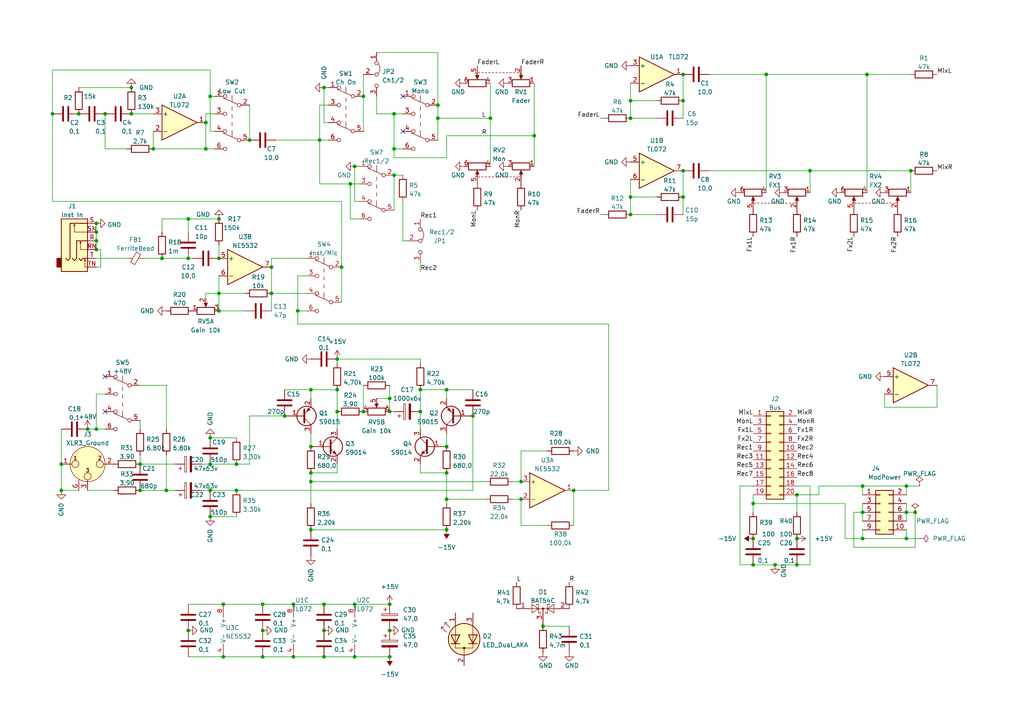
<source format=kicad_sch>
(kicad_sch (version 20211123) (generator eeschema)
  (paper "A4")
  (junction (at 63.5 74.93))
  (junction (at 218.44 163.83))
  (junction (at 30.48 33.02))
  (junction (at 151.13 139.7))
  (junction (at 38.1 33.02))
  (junction (at 17.78 142.24))
  (junction (at 78.74 85.09))
  (junction (at 59.69 35.56))
  (junction (at 38.1 25.4))
  (junction (at 27.94 69.85))
  (junction (at 25.4 124.46))
  (junction (at 137.16 120.65))
  (junction (at 17.78 134.62))
  (junction (at 90.17 113.03))
  (junction (at 157.48 181.61))
  (junction (at 265.43 148.59))
  (junction (at 182.88 34.29))
  (junction (at 250.19 156.21))
  (junction (at 129.54 113.03))
  (junction (at 102.87 48.26))
  (junction (at 250.19 140.97))
  (junction (at 93.98 25.4))
  (junction (at 40.64 134.62))
  (junction (at 129.54 137.16))
  (junction (at 93.98 182.88))
  (junction (at 54.61 182.88))
  (junction (at 85.09 175.26))
  (junction (at 121.92 119.38))
  (junction (at 114.3 33.02))
  (junction (at 198.12 57.15))
  (junction (at 90.17 139.7))
  (junction (at 151.13 144.78))
  (junction (at 264.16 49.53))
  (junction (at 129.54 129.54))
  (junction (at 82.55 120.65))
  (junction (at 44.45 43.18))
  (junction (at 60.96 27.94))
  (junction (at 60.96 127))
  (junction (at 262.89 140.97))
  (junction (at 63.5 90.17))
  (junction (at 27.94 67.31))
  (junction (at 90.17 153.67))
  (junction (at 101.6 53.34))
  (junction (at 78.74 77.47))
  (junction (at 60.96 142.24))
  (junction (at 102.87 175.26))
  (junction (at 63.5 63.5))
  (junction (at 99.06 77.47))
  (junction (at 113.03 175.26))
  (junction (at 76.2 182.88))
  (junction (at 76.2 190.5))
  (junction (at 231.14 163.83))
  (junction (at 22.86 33.02))
  (junction (at 198.12 29.21))
  (junction (at 182.88 57.15))
  (junction (at 92.71 40.64))
  (junction (at 231.14 156.21))
  (junction (at 198.12 49.53))
  (junction (at 222.25 21.59))
  (junction (at 68.58 142.24))
  (junction (at 218.44 146.05))
  (junction (at 97.79 104.14))
  (junction (at 182.88 62.23))
  (junction (at 46.99 74.93))
  (junction (at 85.09 190.5))
  (junction (at 250.19 148.59))
  (junction (at 64.77 190.5))
  (junction (at 90.17 129.54))
  (junction (at 166.37 142.24))
  (junction (at 224.79 163.83))
  (junction (at 64.77 175.26))
  (junction (at 15.24 33.02))
  (junction (at 121.92 113.03))
  (junction (at 262.89 156.21))
  (junction (at 48.26 142.24))
  (junction (at 129.54 144.78))
  (junction (at 90.17 137.16))
  (junction (at 54.61 63.5))
  (junction (at 105.41 119.38))
  (junction (at 93.98 190.5))
  (junction (at 97.79 119.38))
  (junction (at 114.3 50.8))
  (junction (at 113.03 119.38))
  (junction (at 234.95 49.53))
  (junction (at 86.36 90.17))
  (junction (at 93.98 175.26))
  (junction (at 97.79 113.03))
  (junction (at 54.61 74.93))
  (junction (at 114.3 43.18))
  (junction (at 27.94 72.39))
  (junction (at 154.94 39.37))
  (junction (at 27.94 64.77))
  (junction (at 60.96 134.62))
  (junction (at 251.46 21.59))
  (junction (at 68.58 134.62))
  (junction (at 76.2 175.26))
  (junction (at 182.88 29.21))
  (junction (at 105.41 27.94))
  (junction (at 218.44 156.21))
  (junction (at 59.69 43.18))
  (junction (at 113.03 182.88))
  (junction (at 198.12 21.59))
  (junction (at 102.87 190.5))
  (junction (at 127 30.48))
  (junction (at 142.24 34.29))
  (junction (at 262.89 148.59))
  (junction (at 40.64 142.24))
  (junction (at 129.54 153.67))
  (junction (at 27.94 124.46))
  (junction (at 60.96 149.86))
  (junction (at 63.5 85.09))
  (junction (at 113.03 115.57))
  (junction (at 113.03 190.5))
  (junction (at 127 34.29))
  (junction (at 72.39 40.64))
  (junction (at 231.14 143.51))
  (no_connect (at 116.84 38.1))
  (no_connect (at 116.84 27.94))
  (no_connect (at 30.48 109.22))
  (no_connect (at 30.48 119.38))
  (wire (pts (xy 190.5 29.21) (xy 182.88 29.21)))
  (wire (pts (xy 64.77 190.5) (xy 76.2 190.5)))
  (wire (pts (xy 63.5 85.09) (xy 63.5 80.01)))
  (wire (pts (xy 99.06 77.47) (xy 99.06 58.42)))
  (wire (pts (xy 60.96 142.24) (xy 68.58 142.24)))
  (wire (pts (xy 15.24 33.02) (xy 15.24 58.42)))
  (wire (pts (xy 85.09 190.5) (xy 93.98 190.5)))
  (wire (pts (xy 182.88 29.21) (xy 182.88 24.13)))
  (wire (pts (xy 114.3 50.8) (xy 116.84 50.8)))
  (wire (pts (xy 40.64 134.62) (xy 50.8 134.62)))
  (wire (pts (xy 17.78 124.46) (xy 17.78 134.62)))
  (wire (pts (xy 262.89 156.21) (xy 266.7 156.21)))
  (wire (pts (xy 264.16 55.88) (xy 264.16 49.53)))
  (wire (pts (xy 36.83 43.18) (xy 30.48 43.18)))
  (wire (pts (xy 129.54 45.72) (xy 114.3 45.72)))
  (wire (pts (xy 71.12 85.09) (xy 63.5 85.09)))
  (wire (pts (xy 262.89 156.21) (xy 250.19 156.21)))
  (wire (pts (xy 59.69 85.09) (xy 63.5 85.09)))
  (wire (pts (xy 245.11 156.21) (xy 245.11 146.05)))
  (wire (pts (xy 101.6 53.34) (xy 92.71 53.34)))
  (wire (pts (xy 114.3 45.72) (xy 114.3 43.18)))
  (wire (pts (xy 90.17 139.7) (xy 90.17 146.05)))
  (wire (pts (xy 64.77 175.26) (xy 76.2 175.26)))
  (wire (pts (xy 38.1 33.02) (xy 44.45 33.02)))
  (wire (pts (xy 92.71 30.48) (xy 92.71 40.64)))
  (wire (pts (xy 137.16 142.24) (xy 68.58 142.24)))
  (wire (pts (xy 271.78 118.11) (xy 271.78 111.76)))
  (wire (pts (xy 58.42 134.62) (xy 60.96 134.62)))
  (wire (pts (xy 60.96 149.86) (xy 68.58 149.86)))
  (wire (pts (xy 190.5 57.15) (xy 182.88 57.15)))
  (wire (pts (xy 142.24 48.26) (xy 142.24 34.29)))
  (wire (pts (xy 214.63 163.83) (xy 218.44 163.83)))
  (wire (pts (xy 154.94 48.26) (xy 154.94 39.37)))
  (wire (pts (xy 54.61 67.31) (xy 54.61 63.5)))
  (wire (pts (xy 85.09 175.26) (xy 93.98 175.26)))
  (wire (pts (xy 104.14 58.42) (xy 102.87 58.42)))
  (wire (pts (xy 113.03 119.38) (xy 114.3 119.38)))
  (wire (pts (xy 60.96 127) (xy 68.58 127)))
  (wire (pts (xy 97.79 113.03) (xy 90.17 113.03)))
  (wire (pts (xy 176.53 93.98) (xy 176.53 142.24)))
  (wire (pts (xy 262.89 153.67) (xy 262.89 156.21)))
  (wire (pts (xy 15.24 20.32) (xy 60.96 20.32)))
  (wire (pts (xy 27.94 74.93) (xy 36.83 74.93)))
  (wire (pts (xy 78.74 77.47) (xy 78.74 85.09)))
  (wire (pts (xy 148.59 139.7) (xy 151.13 139.7)))
  (wire (pts (xy 265.43 148.59) (xy 265.43 158.75)))
  (wire (pts (xy 264.16 49.53) (xy 234.95 49.53)))
  (wire (pts (xy 48.26 132.08) (xy 48.26 142.24)))
  (wire (pts (xy 237.49 140.97) (xy 237.49 143.51)))
  (wire (pts (xy 127 15.24) (xy 127 30.48)))
  (wire (pts (xy 198.12 29.21) (xy 198.12 34.29)))
  (wire (pts (xy 60.96 27.94) (xy 62.23 27.94)))
  (wire (pts (xy 237.49 140.97) (xy 250.19 140.97)))
  (wire (pts (xy 105.41 111.76) (xy 105.41 119.38)))
  (wire (pts (xy 54.61 190.5) (xy 64.77 190.5)))
  (wire (pts (xy 250.19 146.05) (xy 250.19 148.59)))
  (wire (pts (xy 250.19 156.21) (xy 250.19 153.67)))
  (wire (pts (xy 27.94 114.3) (xy 27.94 124.46)))
  (wire (pts (xy 58.42 142.24) (xy 60.96 142.24)))
  (wire (pts (xy 102.87 58.42) (xy 102.87 48.26)))
  (wire (pts (xy 90.17 139.7) (xy 140.97 139.7)))
  (wire (pts (xy 262.89 146.05) (xy 262.89 148.59)))
  (wire (pts (xy 114.3 43.18) (xy 116.84 43.18)))
  (wire (pts (xy 99.06 58.42) (xy 15.24 58.42)))
  (wire (pts (xy 88.9 80.01) (xy 86.36 80.01)))
  (wire (pts (xy 62.23 33.02) (xy 59.69 33.02)))
  (wire (pts (xy 44.45 43.18) (xy 44.45 38.1)))
  (wire (pts (xy 76.2 190.5) (xy 85.09 190.5)))
  (wire (pts (xy 121.92 119.38) (xy 121.92 124.46)))
  (wire (pts (xy 148.59 144.78) (xy 151.13 144.78)))
  (wire (pts (xy 157.48 181.61) (xy 165.1 181.61)))
  (wire (pts (xy 88.9 74.93) (xy 78.74 74.93)))
  (wire (pts (xy 102.87 175.26) (xy 113.03 175.26)))
  (wire (pts (xy 82.55 113.03) (xy 90.17 113.03)))
  (wire (pts (xy 262.89 140.97) (xy 262.89 143.51)))
  (wire (pts (xy 54.61 63.5) (xy 63.5 63.5)))
  (wire (pts (xy 30.48 114.3) (xy 27.94 114.3)))
  (wire (pts (xy 121.92 105.41) (xy 121.92 104.14)))
  (wire (pts (xy 137.16 120.65) (xy 137.16 142.24)))
  (wire (pts (xy 218.44 163.83) (xy 224.79 163.83)))
  (wire (pts (xy 137.16 113.03) (xy 129.54 113.03)))
  (wire (pts (xy 78.74 85.09) (xy 88.9 85.09)))
  (wire (pts (xy 46.99 67.31) (xy 46.99 63.5)))
  (wire (pts (xy 17.78 134.62) (xy 17.78 142.24)))
  (wire (pts (xy 22.86 25.4) (xy 38.1 25.4)))
  (wire (pts (xy 25.4 142.24) (xy 33.02 142.24)))
  (wire (pts (xy 30.48 43.18) (xy 30.48 33.02)))
  (wire (pts (xy 158.75 130.81) (xy 151.13 130.81)))
  (wire (pts (xy 27.94 124.46) (xy 30.48 124.46)))
  (wire (pts (xy 129.54 137.16) (xy 129.54 144.78)))
  (wire (pts (xy 251.46 21.59) (xy 264.16 21.59)))
  (wire (pts (xy 48.26 142.24) (xy 50.8 142.24)))
  (wire (pts (xy 95.25 35.56) (xy 93.98 35.56)))
  (wire (pts (xy 76.2 175.26) (xy 85.09 175.26)))
  (wire (pts (xy 109.22 15.24) (xy 127 15.24)))
  (wire (pts (xy 222.25 21.59) (xy 205.74 21.59)))
  (wire (pts (xy 247.65 148.59) (xy 250.19 148.59)))
  (wire (pts (xy 247.65 158.75) (xy 247.65 148.59)))
  (wire (pts (xy 105.41 21.59) (xy 105.41 27.94)))
  (wire (pts (xy 71.12 90.17) (xy 63.5 90.17)))
  (wire (pts (xy 190.5 62.23) (xy 182.88 62.23)))
  (wire (pts (xy 218.44 140.97) (xy 214.63 140.97)))
  (wire (pts (xy 234.95 49.53) (xy 234.95 55.88)))
  (wire (pts (xy 40.64 121.92) (xy 40.64 124.46)))
  (wire (pts (xy 109.22 33.02) (xy 114.3 33.02)))
  (wire (pts (xy 97.79 137.16) (xy 97.79 134.62)))
  (wire (pts (xy 231.14 143.51) (xy 231.14 148.59)))
  (wire (pts (xy 142.24 24.13) (xy 142.24 34.29)))
  (wire (pts (xy 265.43 158.75) (xy 247.65 158.75)))
  (wire (pts (xy 113.03 111.76) (xy 113.03 115.57)))
  (wire (pts (xy 198.12 57.15) (xy 198.12 62.23)))
  (wire (pts (xy 109.22 27.94) (xy 109.22 33.02)))
  (wire (pts (xy 90.17 137.16) (xy 90.17 139.7)))
  (wire (pts (xy 114.3 33.02) (xy 114.3 43.18)))
  (wire (pts (xy 129.54 144.78) (xy 140.97 144.78)))
  (wire (pts (xy 15.24 20.32) (xy 15.24 33.02)))
  (wire (pts (xy 129.54 137.16) (xy 121.92 137.16)))
  (wire (pts (xy 48.26 142.24) (xy 40.64 142.24)))
  (wire (pts (xy 262.89 140.97) (xy 266.7 140.97)))
  (wire (pts (xy 104.14 63.5) (xy 101.6 63.5)))
  (wire (pts (xy 54.61 175.26) (xy 64.77 175.26)))
  (wire (pts (xy 104.14 53.34) (xy 101.6 53.34)))
  (wire (pts (xy 218.44 143.51) (xy 218.44 146.05)))
  (wire (pts (xy 256.54 118.11) (xy 271.78 118.11)))
  (wire (pts (xy 27.94 77.47) (xy 29.21 77.47)))
  (wire (pts (xy 60.96 134.62) (xy 68.58 134.62)))
  (wire (pts (xy 40.64 111.76) (xy 48.26 111.76)))
  (wire (pts (xy 17.78 142.24) (xy 22.86 142.24)))
  (wire (pts (xy 48.26 111.76) (xy 48.26 124.46)))
  (wire (pts (xy 205.74 49.53) (xy 234.95 49.53)))
  (wire (pts (xy 72.39 120.65) (xy 72.39 134.62)))
  (wire (pts (xy 86.36 80.01) (xy 86.36 90.17)))
  (wire (pts (xy 151.13 130.81) (xy 151.13 139.7)))
  (wire (pts (xy 154.94 24.13) (xy 154.94 39.37)))
  (wire (pts (xy 63.5 90.17) (xy 63.5 85.09)))
  (wire (pts (xy 97.79 119.38) (xy 97.79 124.46)))
  (wire (pts (xy 129.54 144.78) (xy 129.54 146.05)))
  (wire (pts (xy 222.25 55.88) (xy 222.25 21.59)))
  (wire (pts (xy 182.88 34.29) (xy 182.88 29.21)))
  (wire (pts (xy 90.17 125.73) (xy 90.17 129.54)))
  (wire (pts (xy 90.17 153.67) (xy 129.54 153.67)))
  (wire (pts (xy 116.84 58.42) (xy 116.84 69.85)))
  (wire (pts (xy 95.25 30.48) (xy 92.71 30.48)))
  (wire (pts (xy 54.61 74.93) (xy 55.88 74.93)))
  (wire (pts (xy 63.5 71.12) (xy 63.5 74.93)))
  (wire (pts (xy 97.79 113.03) (xy 97.79 119.38)))
  (wire (pts (xy 173.99 34.29) (xy 175.26 34.29)))
  (wire (pts (xy 224.79 163.83) (xy 231.14 163.83)))
  (wire (pts (xy 102.87 48.26) (xy 104.14 48.26)))
  (wire (pts (xy 182.88 57.15) (xy 182.88 52.07)))
  (wire (pts (xy 121.92 137.16) (xy 121.92 134.62)))
  (wire (pts (xy 166.37 142.24) (xy 176.53 142.24)))
  (wire (pts (xy 59.69 86.36) (xy 59.69 85.09)))
  (wire (pts (xy 127 34.29) (xy 142.24 34.29)))
  (wire (pts (xy 78.74 85.09) (xy 78.74 90.17)))
  (wire (pts (xy 102.87 190.5) (xy 113.03 190.5)))
  (wire (pts (xy 59.69 43.18) (xy 59.69 35.56)))
  (wire (pts (xy 27.94 69.85) (xy 27.94 72.39)))
  (wire (pts (xy 92.71 40.64) (xy 95.25 40.64)))
  (wire (pts (xy 245.11 146.05) (xy 218.44 146.05)))
  (wire (pts (xy 114.3 50.8) (xy 114.3 60.96)))
  (wire (pts (xy 82.55 120.65) (xy 72.39 120.65)))
  (wire (pts (xy 113.03 115.57) (xy 113.03 119.38)))
  (wire (pts (xy 151.13 152.4) (xy 151.13 144.78)))
  (wire (pts (xy 251.46 21.59) (xy 222.25 21.59)))
  (wire (pts (xy 231.14 140.97) (xy 234.95 140.97)))
  (wire (pts (xy 93.98 190.5) (xy 102.87 190.5)))
  (wire (pts (xy 129.54 113.03) (xy 121.92 113.03)))
  (wire (pts (xy 46.99 63.5) (xy 54.61 63.5)))
  (wire (pts (xy 118.11 69.85) (xy 116.84 69.85)))
  (wire (pts (xy 86.36 93.98) (xy 176.53 93.98)))
  (wire (pts (xy 27.94 67.31) (xy 27.94 69.85)))
  (wire (pts (xy 190.5 34.29) (xy 182.88 34.29)))
  (wire (pts (xy 44.45 43.18) (xy 59.69 43.18)))
  (wire (pts (xy 198.12 49.53) (xy 198.12 57.15)))
  (wire (pts (xy 29.21 77.47) (xy 29.21 72.39)))
  (wire (pts (xy 218.44 146.05) (xy 218.44 148.59)))
  (wire (pts (xy 158.75 152.4) (xy 151.13 152.4)))
  (wire (pts (xy 234.95 163.83) (xy 231.14 163.83)))
  (wire (pts (xy 60.96 38.1) (xy 60.96 27.94)))
  (wire (pts (xy 250.19 148.59) (xy 250.19 151.13)))
  (wire (pts (xy 129.54 39.37) (xy 129.54 45.72)))
  (wire (pts (xy 127 34.29) (xy 127 40.64)))
  (wire (pts (xy 93.98 25.4) (xy 95.25 25.4)))
  (wire (pts (xy 25.4 124.46) (xy 27.94 124.46)))
  (wire (pts (xy 59.69 33.02) (xy 59.69 35.56)))
  (wire (pts (xy 121.92 104.14) (xy 97.79 104.14)))
  (wire (pts (xy 129.54 125.73) (xy 129.54 129.54)))
  (wire (pts (xy 262.89 148.59) (xy 262.89 151.13)))
  (wire (pts (xy 97.79 104.14) (xy 97.79 105.41)))
  (wire (pts (xy 237.49 143.51) (xy 231.14 143.51)))
  (wire (pts (xy 29.21 72.39) (xy 27.94 72.39)))
  (wire (pts (xy 109.22 115.57) (xy 113.03 115.57)))
  (wire (pts (xy 27.94 64.77) (xy 27.94 67.31)))
  (wire (pts (xy 129.54 113.03) (xy 129.54 115.57)))
  (wire (pts (xy 250.19 140.97) (xy 262.89 140.97)))
  (wire (pts (xy 93.98 175.26) (xy 102.87 175.26)))
  (wire (pts (xy 234.95 140.97) (xy 234.95 163.83)))
  (wire (pts (xy 198.12 21.59) (xy 198.12 29.21)))
  (wire (pts (xy 62.23 38.1) (xy 60.96 38.1)))
  (wire (pts (xy 60.96 20.32) (xy 60.96 27.94)))
  (wire (pts (xy 250.19 143.51) (xy 250.19 140.97)))
  (wire (pts (xy 86.36 90.17) (xy 88.9 90.17)))
  (wire (pts (xy 72.39 134.62) (xy 68.58 134.62)))
  (wire (pts (xy 92.71 53.34) (xy 92.71 40.64)))
  (wire (pts (xy 90.17 137.16) (xy 97.79 137.16)))
  (wire (pts (xy 93.98 35.56) (xy 93.98 25.4)))
  (wire (pts (xy 99.06 77.47) (xy 99.06 87.63)))
  (wire (pts (xy 80.01 40.64) (xy 92.71 40.64)))
  (wire (pts (xy 121.92 113.03) (xy 121.92 119.38)))
  (wire (pts (xy 86.36 90.17) (xy 86.36 93.98)))
  (wire (pts (xy 46.99 74.93) (xy 54.61 74.93)))
  (wire (pts (xy 214.63 140.97) (xy 214.63 163.83)))
  (wire (pts (xy 40.64 132.08) (xy 40.64 134.62)))
  (wire (pts (xy 173.99 62.23) (xy 175.26 62.23)))
  (wire (pts (xy 262.89 148.59) (xy 265.43 148.59)))
  (wire (pts (xy 90.17 113.03) (xy 90.17 115.57)))
  (wire (pts (xy 250.19 156.21) (xy 245.11 156.21)))
  (wire (pts (xy 166.37 142.24) (xy 166.37 152.4)))
  (wire (pts (xy 59.69 43.18) (xy 62.23 43.18)))
  (wire (pts (xy 41.91 74.93) (xy 46.99 74.93)))
  (wire (pts (xy 78.74 74.93) (xy 78.74 77.47)))
  (wire (pts (xy 127 30.48) (xy 127 34.29)))
  (wire (pts (xy 121.92 76.2) (xy 121.92 78.74)))
  (wire (pts (xy 72.39 30.48) (xy 72.39 40.64)))
  (wire (pts (xy 101.6 63.5) (xy 101.6 53.34)))
  (wire (pts (xy 256.54 114.3) (xy 256.54 118.11)))
  (wire (pts (xy 116.84 33.02) (xy 114.3 33.02)))
  (wire (pts (xy 251.46 55.88) (xy 251.46 21.59)))
  (wire (pts (xy 182.88 62.23) (xy 182.88 57.15)))
  (wire (pts (xy 129.54 39.37) (xy 154.94 39.37)))
  (wire (pts (xy 105.41 27.94) (xy 105.41 38.1)))
  (label "MonL" (at 218.44 123.19 180))
  (label "FaderL" (at 173.99 34.29 180))
  (label "MixR" (at 231.14 120.65 0))
  (label "R" (at 165.1 168.91 0))
  (label "Fx1R" (at 231.14 125.73 0))
  (label "Rec2" (at 121.92 78.74 0))
  (label "Fx2R" (at 260.35 68.58 270))
  (label "Rec6" (at 231.14 135.89 0))
  (label "Fx1L" (at 218.44 68.58 270))
  (label "Fx2L" (at 247.65 68.58 270))
  (label "Rec1" (at 218.44 130.81 180))
  (label "L" (at 149.86 168.91 0))
  (label "Rec7" (at 218.44 138.43 180))
  (label "Fx2L" (at 218.44 128.27 180))
  (label "Fx1L" (at 218.44 125.73 180))
  (label "Fx1R" (at 231.14 68.58 270))
  (label "Rec1" (at 121.92 63.5 0))
  (label "Rec5" (at 218.44 135.89 180))
  (label "L" (at 139.7 34.29 0))
  (label "Rec2" (at 231.14 130.81 0))
  (label "FaderR" (at 173.99 62.23 180))
  (label "Rec3" (at 218.44 133.35 180))
  (label "MixL" (at 218.44 120.65 180))
  (label "FaderR" (at 151.13 19.05 0))
  (label "FaderL" (at 138.43 19.05 0))
  (label "MonR" (at 231.14 123.19 0))
  (label "Fx2R" (at 231.14 128.27 0))
  (label "MixR" (at 271.78 49.53 0))
  (label "MonR" (at 151.13 60.96 270))
  (label "MonL" (at 138.43 60.96 270))
  (label "R" (at 139.7 39.37 0))
  (label "MixL" (at 271.78 21.59 0))
  (label "Rec8" (at 231.14 138.43 0))
  (label "Rec4" (at 231.14 133.35 0))
  (symbol (lib_id "Device:Q_PNP_BEC") (at 132.08 120.65 180) (unit 1)
    (property "Reference" "Q2" (at 127.2286 119.8153 0) (effects (justify left)))
    (property "Value" "S9015" (at 127.2286 122.3522 0) (effects (justify left)))
  )
  (symbol (lib_id "Connector:AudioJack3_Switch") (at 22.86 69.85 0) (unit 1)
    (property "Reference" "J1" (at 20.955 59.8002 0))
    (property "Value" "Inst In" (at 20.955 62.3371 0))
    (property "Footprint" "Connector_Audio:Jack_6.35mm_Neutrik_NMJ6HCD2_Horizontal" (effects hide))
  )
  (symbol (lib_id "Device:C") (at 76.2 186.69 180) (unit 1)
    (property "Reference" "C33" (at 79.121 185.8553 0) (effects (justify right)))
    (property "Value" "0,1" (at 79.121 188.3922 0) (effects (justify right)))
    (property "Footprint" "Capacitor_SMD:C_1206_3216Metric_Pad1.33x1.80mm_HandSolder" (effects hide))
  )
  (symbol (lib_id "Device:R") (at 231.14 64.77 180) (unit 1)
    (property "Reference" "R14" (at 232.918 63.9353 0) (effects (justify right)))
    (property "Value" "47k" (at 232.918 66.4722 0) (effects (justify right)))
    (property "Footprint" "Resistor_SMD:R_1206_3216Metric_Pad1.30x1.75mm_HandSolder" (effects hide))
  )
  (symbol (lib_id "Device:C_Polarized") (at 54.61 142.24 90) (unit 1)
    (property "Reference" "C22" (at 57.15 143.51 90))
    (property "Value" "47x63v" (at 59.69 140.97 90))
  )
  (symbol (lib_id "Device:R") (at 36.83 142.24 270) (unit 1)
    (property "Reference" "R33" (at 36.83 137.5242 90))
    (property "Value" "3,90" (at 36.83 140.0611 90))
    (property "Footprint" "Resistor_THT:R_Axial_DIN0207_L6.3mm_D2.5mm_P2.54mm_Vertical" (effects hide))
  )
  (symbol (lib_id "Device:R") (at 63.5 67.31 180) (unit 1)
    (property "Reference" "R17" (at 66.04 63.5 0) (effects (justify right)))
    (property "Value" "150k" (at 64.77 66.04 0) (effects (justify right)))
    (property "Footprint" "Resistor_SMD:R_1206_3216Metric_Pad1.30x1.75mm_HandSolder" (effects hide))
  )
  (symbol (lib_id "Device:R_Potentiometer_Dual_Separate") (at 59.69 90.17 90) (unit 1)
    (property "Reference" "RV5" (at 59.69 93.2164 90))
    (property "Value" "Gain 10k" (at 59.69 95.7533 90))
  )
  (symbol (lib_id "Device:C") (at 54.61 186.69 180) (unit 1)
    (property "Reference" "C32" (at 57.531 185.8553 0) (effects (justify right)))
    (property "Value" "0,1" (at 57.531 188.3922 0) (effects (justify right)))
    (property "Footprint" "Capacitor_SMD:C_1206_3216Metric_Pad1.33x1.80mm_HandSolder" (effects hide))
  )
  (symbol (lib_id "Switch:SW_Push_DPDT") (at 35.56 116.84 0) (mirror y) (unit 1)
    (property "Reference" "SW5" (at 35.56 105.1392 0))
    (property "Value" "+48V" (at 35.56 107.6761 0))
  )
  (symbol (lib_id "power:+15V") (at 113.03 175.26 0) (unit 1)
    (property "Reference" "#PWR029" (effects hide))
    (property "Value" "+15V" (at 113.03 170.18 0))
  )
  (symbol (lib_id "Device:C") (at 76.2 179.07 180) (unit 1)
    (property "Reference" "C28" (at 79.121 178.2353 0) (effects (justify right)))
    (property "Value" "0,1" (at 79.121 180.7722 0) (effects (justify right)))
    (property "Footprint" "Capacitor_SMD:C_1206_3216Metric_Pad1.33x1.80mm_HandSolder" (effects hide))
  )
  (symbol (lib_id "Device:C") (at 76.2 40.64 90) (unit 1)
    (property "Reference" "C7" (at 78.74 43.18 90))
    (property "Value" "10,0" (at 78.74 45.72 90))
    (property "Footprint" "Capacitor_SMD:C_1206_3216Metric_Pad1.33x1.80mm_HandSolder" (effects hide))
  )
  (symbol (lib_id "Device:R") (at 129.54 149.86 180) (unit 1)
    (property "Reference" "R37" (at 131.318 149.0253 0) (effects (justify right)))
    (property "Value" "2,20k" (at 131.318 151.5622 0) (effects (justify right)))
    (property "Footprint" "Resistor_THT:R_Axial_DIN0207_L6.3mm_D2.5mm_P2.54mm_Vertical" (effects hide))
  )
  (symbol (lib_id "Device:R") (at 194.31 57.15 90) (unit 1)
    (property "Reference" "R11" (at 194.31 52.4342 90))
    (property "Value" "47k" (at 194.31 54.9711 90))
    (property "Footprint" "Resistor_SMD:R_1206_3216Metric_Pad1.30x1.75mm_HandSolder" (effects hide))
  )
  (symbol (lib_id "Amplifier_Operational:NE5532") (at 71.12 77.47 0) (unit 2)
    (property "Reference" "U3" (at 71.12 68.6902 0))
    (property "Value" "NE5532" (at 71.12 71.2271 0))
    (property "Datasheet" "http://www.ti.com/lit/ds/symlink/ne5532.pdf" (effects hide))
  )
  (symbol (lib_id "Device:R") (at 129.54 133.35 180) (unit 1)
    (property "Reference" "R30" (at 131.318 132.5153 0) (effects (justify right)))
    (property "Value" "680,0" (at 131.318 135.0522 0) (effects (justify right)))
    (property "Footprint" "Resistor_THT:R_Axial_DIN0207_L6.3mm_D2.5mm_P2.54mm_Vertical" (effects hide))
  )
  (symbol (lib_id "Device:Q_NPN_BEC") (at 95.25 129.54 0) (unit 1)
    (property "Reference" "Q3" (at 100.1014 128.7053 0) (effects (justify left)))
    (property "Value" "S9014" (at 100.1014 131.2422 0) (effects (justify left)))
  )
  (symbol (lib_id "Device:R") (at 151.13 57.15 180) (unit 1)
    (property "Reference" "R10" (at 152.908 56.3153 0) (effects (justify right)))
    (property "Value" "47k" (at 152.908 58.8522 0) (effects (justify right)))
    (property "Footprint" "Resistor_SMD:R_1206_3216Metric_Pad1.30x1.75mm_HandSolder" (effects hide))
  )
  (symbol (lib_id "Device:R") (at 179.07 34.29 90) (unit 1)
    (property "Reference" "R6" (at 179.07 29.5742 90))
    (property "Value" "47k" (at 179.07 32.1111 90))
    (property "Footprint" "Resistor_SMD:R_1206_3216Metric_Pad1.30x1.75mm_HandSolder" (effects hide))
  )
  (symbol (lib_id "Connector_Generic:Conn_02x10_Odd_Even") (at 223.52 130.81 0) (unit 1)
    (property "Reference" "J2" (at 224.79 115.6802 0))
    (property "Value" "Bus" (at 224.79 118.2171 0))
  )
  (symbol (lib_id "Device:C") (at 19.05 33.02 90) (unit 1)
    (property "Reference" "C2" (at 21.59 35.56 90))
    (property "Value" "0,1" (at 21.59 38.1 90))
    (property "Footprint" "Capacitor_SMD:C_0805_2012Metric_Pad1.18x1.45mm_HandSolder" (effects hide))
  )
  (symbol (lib_id "Device:R") (at 247.65 64.77 180) (unit 1)
    (property "Reference" "R15" (at 249.428 63.9353 0) (effects (justify right)))
    (property "Value" "47k" (at 249.428 66.4722 0) (effects (justify right)))
    (property "Footprint" "Resistor_SMD:R_1206_3216Metric_Pad1.30x1.75mm_HandSolder" (effects hide))
  )
  (symbol (lib_id "power:-15V") (at 218.44 156.21 90) (unit 1)
    (property "Reference" "#PWR025" (effects hide))
    (property "Value" "-15V" (at 208.28 156.21 90) (effects (justify right)))
  )
  (symbol (lib_id "Device:R") (at 101.6 119.38 270) (unit 1)
    (property "Reference" "R24" (at 101.6 114.6642 90))
    (property "Value" "3,90" (at 101.6 117.2011 90))
    (property "Footprint" "Resistor_THT:R_Axial_DIN0207_L6.3mm_D2.5mm_P2.54mm_Vertical" (effects hide))
  )
  (symbol (lib_id "power:GND") (at 76.2 182.88 90) (unit 1)
    (property "Reference" "#PWR031" (effects hide))
    (property "Value" "GND" (at 79.4512 182.753 90) (effects (justify right)))
  )
  (symbol (lib_id "power:+15V") (at 231.14 156.21 270) (unit 1)
    (property "Reference" "#PWR026" (effects hide))
    (property "Value" "+15V" (at 236.22 156.21 90) (effects (justify left)))
  )
  (symbol (lib_id "Device:R") (at 116.84 54.61 180) (unit 1)
    (property "Reference" "R5" (at 118.618 53.7753 0) (effects (justify right)))
    (property "Value" "47k" (at 118.618 56.3122 0) (effects (justify right)))
    (property "Footprint" "Resistor_SMD:R_1206_3216Metric_Pad1.30x1.75mm_HandSolder" (effects hide))
  )
  (symbol (lib_id "Device:C") (at 82.55 116.84 180) (unit 1)
    (property "Reference" "C15" (at 85.09 114.3 0))
    (property "Value" "270p" (at 80.01 119.38 0))
    (property "Footprint" "Capacitor_THT:C_Disc_D5.0mm_W2.5mm_P2.50mm" (effects hide))
  )
  (symbol (lib_id "Device:R") (at 162.56 152.4 90) (mirror x) (unit 1)
    (property "Reference" "R38" (at 162.56 154.94 90))
    (property "Value" "100,0k" (at 162.56 157.48 90))
    (property "Footprint" "Resistor_THT:R_Axial_DIN0207_L6.3mm_D2.5mm_P2.54mm_Vertical" (effects hide))
  )
  (symbol (lib_id "Device:R") (at 267.97 49.53 270) (unit 1)
    (property "Reference" "R8" (at 267.97 44.8142 90))
    (property "Value" "47k" (at 267.97 47.3511 90))
    (property "Footprint" "Resistor_SMD:R_1206_3216Metric_Pad1.30x1.75mm_HandSolder" (effects hide))
  )
  (symbol (lib_id "Device:C") (at 137.16 116.84 180) (unit 1)
    (property "Reference" "C16" (at 139.7 114.3 0))
    (property "Value" "270p" (at 139.7 119.38 0))
    (property "Footprint" "Capacitor_THT:C_Disc_D5.0mm_W2.5mm_P2.50mm" (effects hide))
  )
  (symbol (lib_id "Device:R") (at 179.07 62.23 90) (unit 1)
    (property "Reference" "R12" (at 179.07 57.5142 90))
    (property "Value" "47k" (at 179.07 60.0511 90))
    (property "Footprint" "Resistor_SMD:R_1206_3216Metric_Pad1.30x1.75mm_HandSolder" (effects hide))
  )
  (symbol (lib_id "Device:C") (at 54.61 179.07 180) (unit 1)
    (property "Reference" "C27" (at 57.531 178.2353 0) (effects (justify right)))
    (property "Value" "0,1" (at 57.531 180.7722 0) (effects (justify right)))
    (property "Footprint" "Capacitor_SMD:C_1206_3216Metric_Pad1.33x1.80mm_HandSolder" (effects hide))
  )
  (symbol (lib_id "Device:R") (at 165.1 172.72 180) (unit 1)
    (property "Reference" "R42" (at 166.878 171.8853 0) (effects (justify right)))
    (property "Value" "4,7k" (at 166.878 174.4222 0) (effects (justify right)))
    (property "Footprint" "Resistor_SMD:R_1206_3216Metric_Pad1.30x1.75mm_HandSolder" (effects hide))
  )
  (symbol (lib_id "Device:C_Polarized") (at 113.03 179.07 0) (unit 1)
    (property "Reference" "C30" (at 116.84 176.9109 0) (effects (justify left)))
    (property "Value" "47,0" (at 116.84 179.4509 0) (effects (justify left)))
    (property "Footprint" "Capacitor_THT:CP_Radial_D6.3mm_P2.50mm" (effects hide))
  )
  (symbol (lib_id "Device:FerriteBead_Small") (at 39.37 74.93 90) (unit 1)
    (property "Reference" "FB1" (at 39.3319 69.5284 90))
    (property "Value" "FerriteBead" (at 39.3319 72.0653 90))
  )
  (symbol (lib_id "Device:R") (at 231.14 152.4 180) (unit 1)
    (property "Reference" "R40" (at 226.06 151.13 0) (effects (justify right)))
    (property "Value" "100" (at 226.06 154.94 0) (effects (justify right)))
    (property "Footprint" "Resistor_SMD:R_1206_3216Metric_Pad1.30x1.75mm_HandSolder" (effects hide))
  )
  (symbol (lib_id "power:GND") (at 224.79 163.83 0) (unit 1)
    (property "Reference" "#PWR028" (effects hide))
    (property "Value" "GND" (at 227.33 167.64 90) (effects (justify left)))
  )
  (symbol (lib_id "power:GND") (at 243.84 55.88 270) (unit 1)
    (property "Reference" "#PWR011" (effects hide))
    (property "Value" "GND" (at 240.03 58.42 90) (effects (justify left)))
  )
  (symbol (lib_id "Device:R") (at 90.17 133.35 180) (unit 1)
    (property "Reference" "R29" (at 91.948 132.5153 0) (effects (justify right)))
    (property "Value" "680,0" (at 91.948 135.0522 0) (effects (justify right)))
    (property "Footprint" "Resistor_THT:R_Axial_DIN0207_L6.3mm_D2.5mm_P2.54mm_Vertical" (effects hide))
  )
  (symbol (lib_id "Device:R") (at 68.58 146.05 180) (unit 1)
    (property "Reference" "R35" (at 70.358 145.2153 0) (effects (justify right)))
    (property "Value" "3,30k" (at 70.358 147.7522 0) (effects (justify right)))
    (property "Footprint" "Resistor_THT:R_Axial_DIN0207_L6.3mm_D2.5mm_P2.54mm_Vertical" (effects hide))
  )
  (symbol (lib_id "Device:R") (at 218.44 152.4 180) (unit 1)
    (property "Reference" "R39" (at 220.218 151.5653 0) (effects (justify right)))
    (property "Value" "100" (at 220.98 154.94 0) (effects (justify right)))
    (property "Footprint" "Resistor_SMD:R_1206_3216Metric_Pad1.30x1.75mm_HandSolder" (effects hide))
  )
  (symbol (lib_id "power:PWR_FLAG") (at 266.7 140.97 0) (unit 1)
    (property "Reference" "#FLG01" (effects hide))
    (property "Value" "PWR_FLAG" (at 266.7 137.3942 0))
  )
  (symbol (lib_id "power:GND") (at 182.88 19.05 270) (unit 1)
    (property "Reference" "#PWR01" (effects hide))
    (property "Value" "GND" (at 175.26 19.05 90) (effects (justify left)))
  )
  (symbol (lib_id "Device:C") (at 93.98 186.69 180) (unit 1)
    (property "Reference" "C34" (at 96.901 185.8553 0) (effects (justify right)))
    (property "Value" "0,1" (at 96.901 188.3922 0) (effects (justify right)))
    (property "Footprint" "Capacitor_SMD:C_1206_3216Metric_Pad1.33x1.80mm_HandSolder" (effects hide))
  )
  (symbol (lib_id "Device:R") (at 90.17 149.86 180) (unit 1)
    (property "Reference" "R36" (at 91.948 149.0253 0) (effects (justify right)))
    (property "Value" "2,20k" (at 91.948 151.5622 0) (effects (justify right)))
    (property "Footprint" "Resistor_THT:R_Axial_DIN0207_L6.3mm_D2.5mm_P2.54mm_Vertical" (effects hide))
  )
  (symbol (lib_id "Device:R") (at 121.92 109.22 180) (unit 1)
    (property "Reference" "R22" (at 123.698 108.3853 0) (effects (justify right)))
    (property "Value" "4,70k" (at 123.698 110.9222 0) (effects (justify right)))
    (property "Footprint" "Resistor_THT:R_Axial_DIN0207_L6.3mm_D2.5mm_P2.54mm_Vertical" (effects hide))
  )
  (symbol (lib_id "Device:C") (at 26.67 33.02 90) (unit 1)
    (property "Reference" "C3" (at 29.21 35.56 90))
    (property "Value" "0,1" (at 29.21 38.1 90))
    (property "Footprint" "Capacitor_SMD:C_0805_2012Metric_Pad1.18x1.45mm_HandSolder" (effects hide))
  )
  (symbol (lib_id "Device:R") (at 46.99 71.12 180) (unit 1)
    (property "Reference" "R18" (at 48.768 70.2853 0) (effects (justify right)))
    (property "Value" "1m" (at 48.768 72.8222 0) (effects (justify right)))
    (property "Footprint" "Resistor_SMD:R_1206_3216Metric_Pad1.30x1.75mm_HandSolder" (effects hide))
  )
  (symbol (lib_id "power:GND") (at 60.96 149.86 0) (unit 1)
    (property "Reference" "#PWR023" (effects hide))
    (property "Value" "GND" (at 60.96 157.48 90) (effects (justify left)))
  )
  (symbol (lib_id "Device:R") (at 218.44 64.77 180) (unit 1)
    (property "Reference" "R13" (at 220.218 63.9353 0) (effects (justify right)))
    (property "Value" "47k" (at 220.218 66.4722 0) (effects (justify right)))
    (property "Footprint" "Resistor_SMD:R_1206_3216Metric_Pad1.30x1.75mm_HandSolder" (effects hide))
  )
  (symbol (lib_id "Device:R") (at 48.26 128.27 180) (unit 1)
    (property "Reference" "R26" (at 50.038 127.4353 0) (effects (justify right)))
    (property "Value" "6,80k" (at 50.038 129.9722 0) (effects (justify right)))
    (property "Footprint" "Resistor_THT:R_Axial_DIN0207_L6.3mm_D2.5mm_P2.54mm_Vertical" (effects hide))
  )
  (symbol (lib_id "power:GND") (at 48.26 90.17 270) (unit 1)
    (property "Reference" "#PWR016" (effects hide))
    (property "Value" "GND" (at 40.64 90.17 90) (effects (justify left)))
  )
  (symbol (lib_id "power:GND") (at 63.5 63.5 180) (unit 1)
    (property "Reference" "#PWR013" (effects hide))
    (property "Value" "GND" (at 60.96 62.23 0) (effects (justify left)))
  )
  (symbol (lib_id "power:PWR_FLAG") (at 266.7 156.21 270) (unit 1)
    (property "Reference" "#FLG03" (effects hide))
    (property "Value" "PWR_FLAG" (at 270.51 156.2099 90) (effects (justify left)))
  )
  (symbol (lib_id "Device:R") (at 40.64 43.18 90) (mirror x) (unit 1)
    (property "Reference" "R7" (at 40.64 38.4642 90))
    (property "Value" "2,7k" (at 40.64 41.0011 90))
    (property "Footprint" "Resistor_SMD:R_1206_3216Metric_Pad1.30x1.75mm_HandSolder" (effects hide))
  )
  (symbol (lib_id "Device:C") (at 231.14 160.02 180) (unit 1)
    (property "Reference" "C26" (at 226.06 157.48 0) (effects (justify right)))
    (property "Value" "0,1" (at 227.33 162.56 0) (effects (justify right)))
    (property "Footprint" "Capacitor_SMD:C_1206_3216Metric_Pad1.33x1.80mm_HandSolder" (effects hide))
  )
  (symbol (lib_id "power:GND") (at 93.98 182.88 90) (unit 1)
    (property "Reference" "#PWR032" (effects hide))
    (property "Value" "GND" (at 97.2312 182.753 90) (effects (justify right)))
  )
  (symbol (lib_id "power:GND") (at 17.78 142.24 0) (unit 1)
    (property "Reference" "#PWR022" (effects hide))
    (property "Value" "GND" (at 17.78 149.86 90) (effects (justify left)))
  )
  (symbol (lib_id "Connector:XLR3_Ground") (at 25.4 134.62 0) (unit 1)
    (property "Reference" "J3" (at 25.4 125.9672 0))
    (property "Value" "XLR3_Ground" (at 25.4 128.5041 0))
    (property "Datasheet" " ~" (effects hide))
  )
  (symbol (lib_id "Device:Q_PNP_BEC") (at 87.63 120.65 0) (mirror x) (unit 1)
    (property "Reference" "Q1" (at 92.4814 119.8153 0) (effects (justify left)))
    (property "Value" "S9015" (at 92.4814 122.3522 0) (effects (justify left)))
  )
  (symbol (lib_id "Amplifier_Operational:TL072") (at 264.16 111.76 0) (unit 2)
    (property "Reference" "U2" (at 264.16 102.9802 0))
    (property "Value" "TL072" (at 264.16 105.5171 0))
    (property "Footprint" "Package_DIP:DIP-8_W7.62mm_LongPads" (effects hide))
    (property "Datasheet" "http://www.ti.com/lit/ds/symlink/tl071.pdf" (effects hide))
  )
  (symbol (lib_id "power:+48V") (at 25.4 124.46 0) (unit 1)
    (property "Reference" "#PWR019" (effects hide))
    (property "Value" "+48V" (at 25.4 120.8842 0))
  )
  (symbol (lib_id "Amplifier_Operational:TL072") (at 52.07 35.56 0) (unit 1)
    (property "Reference" "U2" (at 52.07 27.94 0))
    (property "Value" "TL072" (at 52.07 30.48 0))
    (property "Footprint" "Package_DIP:DIP-8_W7.62mm_LongPads" (effects hide))
    (property "Datasheet" "http://www.ti.com/lit/ds/symlink/tl071.pdf" (effects hide))
  )
  (symbol (lib_id "Device:R") (at 74.93 85.09 90) (unit 1)
    (property "Reference" "R19" (at 74.93 80.3742 90))
    (property "Value" "10k" (at 74.93 82.9111 90))
    (property "Footprint" "Resistor_SMD:R_1206_3216Metric_Pad1.30x1.75mm_HandSolder" (effects hide))
  )
  (symbol (lib_id "Device:R") (at 109.22 111.76 90) (unit 1)
    (property "Reference" "R23" (at 109.22 107.0442 90))
    (property "Value" "100k" (at 109.22 109.5811 90))
    (property "Footprint" "Resistor_SMD:R_1206_3216Metric_Pad1.30x1.75mm_HandSolder" (effects hide))
  )
  (symbol (lib_id "Device:C") (at 34.29 33.02 90) (unit 1)
    (property "Reference" "C4" (at 36.83 35.56 90))
    (property "Value" "0,1" (at 36.83 38.1 90))
    (property "Footprint" "Capacitor_SMD:C_0805_2012Metric_Pad1.18x1.45mm_HandSolder" (effects hide))
  )
  (symbol (lib_id "power:GND") (at 147.32 24.13 270) (unit 1)
    (property "Reference" "#PWR03" (effects hide))
    (property "Value" "GND" (at 143.51 26.67 90) (effects (justify left)))
  )
  (symbol (lib_id "Device:R") (at 144.78 139.7 270) (unit 1)
    (property "Reference" "R32" (at 144.78 134.9842 90))
    (property "Value" "22,0k" (at 144.78 137.5211 90))
    (property "Footprint" "Resistor_THT:R_Axial_DIN0207_L6.3mm_D2.5mm_P2.54mm_Vertical" (effects hide))
  )
  (symbol (lib_id "Switch:SW_Push_DPDT") (at 121.92 35.56 0) (mirror y) (unit 1)
    (property "Reference" "SW3" (at 121.92 23.8592 0))
    (property "Value" "Mono" (at 121.92 26.3961 0))
  )
  (symbol (lib_id "Device:C") (at 60.96 146.05 180) (unit 1)
    (property "Reference" "C23" (at 63.5 143.51 0))
    (property "Value" "510p" (at 63.5 148.59 0))
    (property "Footprint" "Capacitor_THT:C_Disc_D5.0mm_W2.5mm_P2.50mm" (effects hide))
  )
  (symbol (lib_id "Device:R") (at 40.64 128.27 180) (unit 1)
    (property "Reference" "R25" (at 42.418 127.4353 0) (effects (justify right)))
    (property "Value" "6,80k" (at 42.418 129.9722 0) (effects (justify right)))
    (property "Footprint" "Resistor_THT:R_Axial_DIN0207_L6.3mm_D2.5mm_P2.54mm_Vertical" (effects hide))
  )
  (symbol (lib_id "Device:C") (at 74.93 90.17 90) (unit 1)
    (property "Reference" "C13" (at 81.28 88.9 90))
    (property "Value" "47p" (at 81.28 91.44 90))
    (property "Footprint" "Capacitor_THT:C_Disc_D5.0mm_W2.5mm_P2.50mm" (effects hide))
  )
  (symbol (lib_id "Device:C_Polarized") (at 54.61 134.62 90) (unit 1)
    (property "Reference" "C20" (at 57.15 133.35 90))
    (property "Value" "47x63v" (at 59.69 135.89 90))
  )
  (symbol (lib_id "power:GND") (at 256.54 55.88 270) (unit 1)
    (property "Reference" "#PWR012" (effects hide))
    (property "Value" "GND" (at 252.73 58.42 90) (effects (justify left)))
  )
  (symbol (lib_id "Device:R") (at 162.56 130.81 90) (mirror x) (unit 1)
    (property "Reference" "R28" (at 161.29 125.73 90))
    (property "Value" "100,0k" (at 162.56 128.27 90))
    (property "Footprint" "Resistor_THT:R_Axial_DIN0207_L6.3mm_D2.5mm_P2.54mm_Vertical" (effects hide))
  )
  (symbol (lib_id "power:GND") (at 165.1 189.23 0) (unit 1)
    (property "Reference" "#PWR035" (effects hide))
    (property "Value" "GND" (at 163.83 193.04 0) (effects (justify left)))
  )
  (symbol (lib_id "power:-15V") (at 113.03 190.5 180) (unit 1)
    (property "Reference" "#PWR036" (effects hide))
    (property "Value" "-15V" (at 113.03 195.58 0))
  )
  (symbol (lib_id "Device:R") (at 97.79 109.22 180) (unit 1)
    (property "Reference" "R21" (at 99.568 108.3853 0) (effects (justify right)))
    (property "Value" "4,70k" (at 99.568 110.9222 0) (effects (justify right)))
    (property "Footprint" "Resistor_THT:R_Axial_DIN0207_L6.3mm_D2.5mm_P2.54mm_Vertical" (effects hide))
  )
  (symbol (lib_id "power:-15V") (at 129.54 153.67 180) (unit 1)
    (property "Reference" "#PWR024" (effects hide))
    (property "Value" "-15V" (at 129.54 158.75 0))
  )
  (symbol (lib_id "power:GND") (at 134.62 48.26 270) (unit 1)
    (property "Reference" "#PWR07" (effects hide))
    (property "Value" "GND" (at 130.81 50.8 90) (effects (justify left)))
  )
  (symbol (lib_id "power:GND") (at 90.17 161.29 0) (unit 1)
    (property "Reference" "#PWR027" (effects hide))
    (property "Value" "GND" (at 90.17 168.91 90) (effects (justify left)))
  )
  (symbol (lib_id "Device:C") (at 59.69 74.93 90) (unit 1)
    (property "Reference" "C12" (at 54.61 77.47 90))
    (property "Value" "10,0" (at 54.61 80.01 90))
    (property "Footprint" "Capacitor_SMD:C_0805_2012Metric_Pad1.18x1.45mm_HandSolder" (effects hide))
  )
  (symbol (lib_id "Device:C") (at 93.98 104.14 270) (unit 1)
    (property "Reference" "C14" (at 93.98 98.2812 90))
    (property "Value" "0,1" (at 93.98 100.8181 90))
    (property "Footprint" "Capacitor_SMD:C_1206_3216Metric_Pad1.33x1.80mm_HandSolder" (effects hide))
  )
  (symbol (lib_id "Device:R_Potentiometer_Dual") (at 254 58.42 180) (unit 1)
    (property "Reference" "RV4" (at 254 51.1642 0))
    (property "Value" "FX2" (at 254 53.7011 0))
  )
  (symbol (lib_id "Jumper:Jumper_3_Bridged12") (at 121.92 69.85 270) (unit 1)
    (property "Reference" "JP1" (at 125.73 69.85 90) (effects (justify left)))
    (property "Value" "Rec1/2" (at 124.46 67.31 90) (effects (justify left)))
  )
  (symbol (lib_id "Device:R") (at 149.86 172.72 0) (mirror x) (unit 1)
    (property "Reference" "R41" (at 148.0821 171.8853 0) (effects (justify right)))
    (property "Value" "4,7k" (at 148.0821 174.4222 0) (effects (justify right)))
    (property "Footprint" "Resistor_SMD:R_1206_3216Metric_Pad1.30x1.75mm_HandSolder" (effects hide))
  )
  (symbol (lib_id "Device:C") (at 21.59 124.46 270) (unit 1)
    (property "Reference" "C18" (at 21.59 118.6012 90))
    (property "Value" "0,1" (at 21.59 121.1381 90))
    (property "Footprint" "Capacitor_SMD:C_1206_3216Metric_Pad1.33x1.80mm_HandSolder" (effects hide))
  )
  (symbol (lib_id "Device:R") (at 138.43 57.15 180) (unit 1)
    (property "Reference" "R9" (at 140.208 56.3153 0) (effects (justify right)))
    (property "Value" "47k" (at 140.208 58.8522 0) (effects (justify right)))
    (property "Footprint" "Resistor_SMD:R_1206_3216Metric_Pad1.30x1.75mm_HandSolder" (effects hide))
  )
  (symbol (lib_id "power:GND") (at 38.1 25.4 180) (unit 1)
    (property "Reference" "#PWR04" (effects hide))
    (property "Value" "GND" (at 44.45 25.4 0) (effects (justify left)))
  )
  (symbol (lib_id "power:GND") (at 93.98 25.4 270) (unit 1)
    (property "Reference" "#PWR05" (effects hide))
    (property "Value" "GND" (at 93.98 19.05 0) (effects (justify left)))
  )
  (symbol (lib_id "power:GND") (at 214.63 55.88 270) (unit 1)
    (property "Reference" "#PWR09" (effects hide))
    (property "Value" "GND" (at 210.82 58.42 90) (effects (justify left)))
  )
  (symbol (lib_id "Device:C") (at 54.61 71.12 180) (unit 1)
    (property "Reference" "C11" (at 58.42 66.04 0))
    (property "Value" "10p" (at 58.42 68.58 0))
    (property "Footprint" "Capacitor_THT:C_Disc_D5.0mm_W2.5mm_P2.50mm" (effects hide))
  )
  (symbol (lib_id "Device:C_Polarized") (at 118.11 119.38 90) (unit 1)
    (property "Reference" "C17" (at 118.11 113.03 90))
    (property "Value" "1000x6v" (at 118.11 115.57 90))
  )
  (symbol (lib_id "Device:R") (at 68.58 130.81 180) (unit 1)
    (property "Reference" "R27" (at 70.358 129.9753 0) (effects (justify right)))
    (property "Value" "3,30k" (at 70.358 132.5122 0) (effects (justify right)))
    (property "Footprint" "Resistor_THT:R_Axial_DIN0207_L6.3mm_D2.5mm_P2.54mm_Vertical" (effects hide))
  )
  (symbol (lib_id "Switch:SW_Push_DPDT") (at 100.33 33.02 0) (mirror y) (unit 1)
    (property "Reference" "SW1" (at 100.33 21.3192 0))
    (property "Value" "Ch On" (at 100.33 23.8561 0))
  )
  (symbol (lib_id "Device:C") (at 201.93 21.59 90) (unit 1)
    (property "Reference" "C1" (at 204.47 24.13 90))
    (property "Value" "10,0" (at 204.47 26.67 90))
    (property "Footprint" "Capacitor_SMD:C_1206_3216Metric_Pad1.33x1.80mm_HandSolder" (effects hide))
  )
  (symbol (lib_id "Device:R") (at 38.1 29.21 180) (unit 1)
    (property "Reference" "R3" (at 39.878 28.3753 0) (effects (justify right)))
    (property "Value" "130k" (at 39.878 30.9122 0) (effects (justify right)))
    (property "Footprint" "Resistor_SMD:R_1206_3216Metric_Pad1.30x1.75mm_HandSolder" (effects hide))
  )
  (symbol (lib_id "Device:R") (at 22.86 29.21 0) (mirror x) (unit 1)
    (property "Reference" "R2" (at 21.0821 28.3753 0) (effects (justify right)))
    (property "Value" "15k" (at 27.94 27.94 0) (effects (justify right)))
    (property "Footprint" "Resistor_SMD:R_1206_3216Metric_Pad1.30x1.75mm_HandSolder" (effects hide))
  )
  (symbol (lib_id "Device:C") (at 60.96 130.81 180) (unit 1)
    (property "Reference" "C19" (at 63.5 128.27 0))
    (property "Value" "510p" (at 63.5 133.35 0))
    (property "Footprint" "Capacitor_THT:C_Disc_D5.0mm_W2.5mm_P2.50mm" (effects hide))
  )
  (symbol (lib_id "Device:LED_Dual_AKA") (at 134.62 185.42 90) (unit 1)
    (property "Reference" "D2" (at 139.954 184.5218 90) (effects (justify right)))
    (property "Value" "LED_Dual_AKA" (at 139.954 187.0587 90) (effects (justify right)))
  )
  (symbol (lib_id "Device:Q_NPN_BEC") (at 124.46 129.54 0) (mirror y) (unit 1)
    (property "Reference" "Q4" (at 119.6086 128.7053 0) (effects (justify left)))
    (property "Value" "S9014" (at 119.6086 131.2422 0) (effects (justify left)))
  )
  (symbol (lib_id "Device:C") (at 218.44 160.02 180) (unit 1)
    (property "Reference" "C25" (at 219.71 157.48 0) (effects (justify right)))
    (property "Value" "0,1" (at 219.71 162.56 0) (effects (justify right)))
    (property "Footprint" "Capacitor_SMD:C_1206_3216Metric_Pad1.33x1.80mm_HandSolder" (effects hide))
  )
  (symbol (lib_id "Diode:BAT54C") (at 157.48 176.53 0) (unit 1)
    (property "Reference" "D1" (at 157.48 171.6872 0))
    (property "Value" "BAT54C" (at 157.48 174.2241 0))
    (property "Footprint" "Package_TO_SOT_SMD:SOT-23" (effects hide))
    (property "Datasheet" "http://www.diodes.com/_files/datasheets/ds11005.pdf" (effects hide))
  )
  (symbol (lib_id "Device:R") (at 52.07 90.17 270) (unit 1)
    (property "Reference" "R20" (at 52.07 85.4542 90))
    (property "Value" "470" (at 52.07 87.9911 90))
    (property "Footprint" "Resistor_SMD:R_1206_3216Metric_Pad1.30x1.75mm_HandSolder" (effects hide))
  )
  (symbol (lib_id "Device:R_Potentiometer_Dual") (at 144.78 21.59 0) (mirror y) (unit 1)
    (property "Reference" "RV1" (at 151.13 26.67 0))
    (property "Value" "Fader" (at 151.13 29.21 0))
  )
  (symbol (lib_id "power:+15V") (at 97.79 104.14 0) (unit 1)
    (property "Reference" "#PWR018" (effects hide))
    (property "Value" "+15V" (at 97.79 99.06 0))
  )
  (symbol (lib_id "Device:C") (at 40.64 138.43 180) (unit 1)
    (property "Reference" "C21" (at 43.18 135.89 0))
    (property "Value" "680p" (at 43.18 140.97 0))
    (property "Footprint" "Capacitor_THT:C_Disc_D5.0mm_W2.5mm_P2.50mm" (effects hide))
  )
  (symbol (lib_id "Device:C") (at 90.17 157.48 0) (unit 1)
    (property "Reference" "C24" (at 93.091 156.6453 0) (effects (justify left)))
    (property "Value" "0,1" (at 93.091 159.1822 0) (effects (justify left)))
    (property "Footprint" "Capacitor_SMD:C_1206_3216Metric_Pad1.33x1.80mm_HandSolder" (effects hide))
  )
  (symbol (lib_id "power:GND") (at 27.94 64.77 90) (unit 1)
    (property "Reference" "#PWR014" (effects hide))
    (property "Value" "GND" (at 31.115 65.2038 90) (effects (justify right)))
  )
  (symbol (lib_id "Jumper:Jumper_3_Bridged12") (at 109.22 21.59 270) (unit 1)
    (property "Reference" "JP2" (at 110.8462 20.7553 90) (effects (justify left)))
    (property "Value" "Ch1/2" (at 110.8462 23.2922 90) (effects (justify left)))
  )
  (symbol (lib_id "Amplifier_Operational:TL072") (at 190.5 21.59 0) (unit 1)
    (property "Reference" "U1" (at 190.5 16.51 0))
    (property "Value" "TL072" (at 196.85 16.51 0))
    (property "Footprint" "Package_DIP:DIP-8_W7.62mm_LongPads" (effects hide))
    (property "Datasheet" "http://www.ti.com/lit/ds/symlink/tl071.pdf" (effects hide))
  )
  (symbol (lib_id "Device:R_Potentiometer_Dual_Separate") (at 109.22 119.38 90) (unit 2)
    (property "Reference" "RV5" (at 109.22 122.4264 90))
    (property "Value" "Gain 10k" (at 109.22 124.9633 90))
  )
  (symbol (lib_id "Amplifier_Operational:NE5532") (at 67.31 182.88 0) (unit 3)
    (property "Reference" "U3" (at 65.405 182.0453 0) (effects (justify left)))
    (property "Value" "NE5532" (at 65.405 184.5822 0) (effects (justify left)))
    (property "Datasheet" "http://www.ti.com/lit/ds/symlink/ne5532.pdf" (effects hide))
  )
  (symbol (lib_id "power:GND") (at 157.48 189.23 0) (unit 1)
    (property "Reference" "#PWR034" (effects hide))
    (property "Value" "GND" (at 156.21 193.04 0) (effects (justify left)))
  )
  (symbol (lib_id "Device:C") (at 194.31 62.23 90) (unit 1)
    (property "Reference" "C10" (at 200.66 60.96 90))
    (property "Value" "15p" (at 200.66 63.5 90))
    (property "Footprint" "Capacitor_THT:C_Disc_D5.0mm_W2.5mm_P2.50mm" (effects hide))
  )
  (symbol (lib_id "Device:C_Polarized") (at 113.03 186.69 0) (unit 1)
    (property "Reference" "C35" (at 116.84 184.5309 0) (effects (justify left)))
    (property "Value" "47,0" (at 116.84 187.0709 0) (effects (justify left)))
    (property "Footprint" "Capacitor_THT:CP_Radial_D6.3mm_P2.50mm" (effects hide))
  )
  (symbol (lib_id "Device:R_Potentiometer_Dual") (at 224.79 58.42 180) (unit 1)
    (property "Reference" "RV3" (at 224.79 51.1642 0))
    (property "Value" "FX1" (at 224.79 53.7011 0))
  )
  (symbol (lib_id "Switch:SW_Push_DPDT") (at 67.31 35.56 0) (mirror y) (unit 1)
    (property "Reference" "SW2" (at 67.31 23.8592 0))
    (property "Value" "Low Cut" (at 67.31 26.3961 0))
  )
  (symbol (lib_id "Device:C") (at 194.31 34.29 90) (unit 1)
    (property "Reference" "C6" (at 200.66 33.02 90))
    (property "Value" "15p" (at 200.66 35.56 90))
    (property "Footprint" "Capacitor_THT:C_Disc_D5.0mm_W2.5mm_P2.50mm" (effects hide))
  )
  (symbol (lib_id "Connector_Generic:Conn_02x05_Odd_Even") (at 255.27 148.59 0) (unit 1)
    (property "Reference" "J4" (at 254 135.89 0))
    (property "Value" "ModPower" (at 256.54 138.43 0))
    (property "Footprint" "Connector_PinHeader_2.54mm:PinHeader_2x05_P2.54mm_Vertical" (effects hide))
  )
  (symbol (lib_id "power:GND") (at 182.88 46.99 270) (unit 1)
    (property "Reference" "#PWR06" (effects hide))
    (property "Value" "GND" (at 175.26 46.99 90) (effects (justify left)))
  )
  (symbol (lib_id "Amplifier_Operational:NE5532") (at 158.75 142.24 0) (unit 1)
    (property "Reference" "U3" (at 158.75 133.4602 0))
    (property "Value" "NE5532" (at 158.75 135.9971 0))
    (property "Datasheet" "http://www.ti.com/lit/ds/symlink/ne5532.pdf" (effects hide))
  )
  (symbol (lib_id "power:GND") (at 113.03 182.88 90) (unit 1)
    (property "Reference" "#PWR033" (effects hide))
    (property "Value" "GND" (at 116.2812 182.753 90) (effects (justify right)))
  )
  (symbol (lib_id "Device:C") (at 165.1 185.42 180) (unit 1)
    (property "Reference" "C31" (at 168.021 184.5853 0) (effects (justify right)))
    (property "Value" "0,1" (at 168.021 187.1222 0) (effects (justify right)))
    (property "Footprint" "Capacitor_SMD:C_1206_3216Metric_Pad1.33x1.80mm_HandSolder" (effects hide))
  )
  (symbol (lib_id "Switch:SW_Push_DPDT") (at 93.98 82.55 0) (mirror y) (unit 1)
    (property "Reference" "SW4" (at 93.98 70.8492 0))
    (property "Value" "Inst/Mic" (at 93.98 73.3861 0))
  )
  (symbol (lib_id "power:GND") (at 256.54 109.22 270) (unit 1)
    (property "Reference" "#PWR015" (effects hide))
    (property "Value" "GND" (at 248.92 109.22 90) (effects (justify left)))
  )
  (symbol (lib_id "power:GND") (at 54.61 182.88 90) (unit 1)
    (property "Reference" "#PWR030" (effects hide))
    (property "Value" "GND" (at 57.8612 182.753 90) (effects (justify right)))
  )
  (symbol (lib_id "Device:R") (at 36.83 134.62 270) (unit 1)
    (property "Reference" "R31" (at 36.83 129.9042 90))
    (property "Value" "3,90" (at 36.83 132.4411 90))
    (property "Footprint" "Resistor_THT:R_Axial_DIN0207_L6.3mm_D2.5mm_P2.54mm_Vertical" (effects hide))
  )
  (symbol (lib_id "power:GND") (at 90.17 104.14 270) (unit 1)
    (property "Reference" "#PWR017" (effects hide))
    (property "Value" "GND" (at 82.55 104.14 90) (effects (justify left)))
  )
  (symbol (lib_id "power:GND") (at 134.62 24.13 270) (unit 1)
    (property "Reference" "#PWR02" (effects hide))
    (property "Value" "GND" (at 130.81 26.67 90) (effects (justify left)))
  )
  (symbol (lib_id "Device:R") (at 157.48 185.42 180) (unit 1)
    (property "Reference" "R43" (at 159.258 184.5853 0) (effects (justify right)))
    (property "Value" "4,7m" (at 159.258 187.1222 0) (effects (justify right)))
    (property "Footprint" "Resistor_SMD:R_1206_3216Metric_Pad1.30x1.75mm_HandSolder" (effects hide))
  )
  (symbol (lib_id "power:GND") (at 166.37 130.81 90) (unit 1)
    (property "Reference" "#PWR021" (effects hide))
    (property "Value" "GND" (at 173.99 130.81 90) (effects (justify left)))
  )
  (symbol (lib_id "Amplifier_Operational:TL072") (at 87.63 182.88 0) (unit 3)
    (property "Reference" "U1" (at 87.63 174.1002 0))
    (property "Value" "TL072" (at 87.63 176.6371 0))
    (property "Footprint" "Package_DIP:DIP-8_W7.62mm_LongPads" (effects hide))
    (property "Datasheet" "http://www.ti.com/lit/ds/symlink/tl071.pdf" (effects hide))
  )
  (symbol (lib_id "Amplifier_Operational:TL072") (at 190.5 49.53 0) (unit 2)
    (property "Reference" "U1" (at 190.5 40.7502 0))
    (property "Value" "TL072" (at 190.5 43.2871 0))
    (property "Footprint" "Package_DIP:DIP-8_W7.62mm_LongPads" (effects hide))
    (property "Datasheet" "http://www.ti.com/lit/ds/symlink/tl071.pdf" (effects hide))
  )
  (symbol (lib_id "Device:R") (at 267.97 21.59 270) (unit 1)
    (property "Reference" "R1" (at 267.97 16.8742 90))
    (property "Value" "47k" (at 267.97 19.4111 90))
    (property "Footprint" "Resistor_SMD:R_1206_3216Metric_Pad1.30x1.75mm_HandSolder" (effects hide))
  )
  (symbol (lib_id "Switch:SW_Push_DPDT") (at 109.22 55.88 0) (mirror y) (unit 1)
    (property "Reference" "SW?" (at 109.22 44.1792 0))
    (property "Value" "Rec1/2" (at 109.22 46.7161 0))
  )
  (symbol (lib_id "power:GND") (at 147.32 48.26 270) (unit 1)
    (property "Reference" "#PWR08" (effects hide))
    (property "Value" "GND" (at 143.51 50.8 90) (effects (justify left)))
  )
  (symbol (lib_id "Device:R") (at 194.31 29.21 90) (unit 1)
    (property "Reference" "R4" (at 194.31 24.4942 90))
    (property "Value" "47k" (at 194.31 27.0311 90))
    (property "Footprint" "Resistor_SMD:R_1206_3216Metric_Pad1.30x1.75mm_HandSolder" (effects hide))
  )
  (symbol (lib_id "power:GND") (at 102.87 48.26 270) (unit 1)
    (property "Reference" "#PWR?" (effects hide))
    (property "Value" "GND" (at 97.79 50.8 90) (effects (justify left)))
  )
  (symbol (lib_id "power:GND") (at 60.96 127 180) (unit 1)
    (property "Reference" "#PWR020" (effects hide))
    (property "Value" "GND" (at 60.96 119.38 90) (effects (justify left)))
  )
  (symbol (lib_id "Device:R_Potentiometer_Dual") (at 144.78 50.8 180) (unit 1)
    (property "Reference" "RV2" (at 144.78 43.5442 0))
    (property "Value" "Mon" (at 144.78 46.0811 0))
  )
  (symbol (lib_id "Device:R") (at 144.78 144.78 90) (mirror x) (unit 1)
    (property "Reference" "R34" (at 144.78 147.32 90))
    (property "Value" "22,0k" (at 144.78 149.86 90))
    (property "Footprint" "Resistor_THT:R_Axial_DIN0207_L6.3mm_D2.5mm_P2.54mm_Vertical" (effects hide))
  )
  (symbol (lib_id "power:GND") (at 227.33 55.88 270) (unit 1)
    (property "Reference" "#PWR010" (effects hide))
    (property "Value" "GND" (at 223.52 58.42 90) (effects (justify left)))
  )
  (symbol (lib_id "Amplifier_Operational:TL072") (at 105.41 182.88 0) (unit 3)
    (property "Reference" "U2" (at 105.41 174.1002 0))
    (property "Value" "TL072" (at 105.41 176.6371 0))
    (property "Footprint" "Package_DIP:DIP-8_W7.62mm_LongPads" (effects hide))
    (property "Datasheet" "http://www.ti.com/lit/ds/symlink/tl071.pdf" (effects hide))
  )
  (symbol (lib_id "Device:C") (at 201.93 49.53 90) (unit 1)
    (property "Reference" "C8" (at 204.47 52.07 90))
    (property "Value" "10,0" (at 204.47 54.61 90))
    (property "Footprint" "Capacitor_SMD:C_1206_3216Metric_Pad1.33x1.80mm_HandSolder" (effects hide))
  )
  (symbol (lib_id "power:PWR_FLAG") (at 265.43 148.59 0) (unit 1)
    (property "Reference" "#FLG02" (effects hide))
    (property "Value" "PWR_FLAG" (at 270.51 151.13 0))
  )
  (symbol (lib_id "Device:R") (at 260.35 64.77 180) (unit 1)
    (property "Reference" "R16" (at 262.128 63.9353 0) (effects (justify right)))
    (property "Value" "47k" (at 262.128 66.4722 0) (effects (justify right)))
    (property "Footprint" "Resistor_SMD:R_1206_3216Metric_Pad1.30x1.75mm_HandSolder" (effects hide))
  )
  (symbol (lib_id "Device:C") (at 93.98 179.07 180) (unit 1)
    (property "Reference" "C29" (at 96.901 178.2353 0) (effects (justify right)))
    (property "Value" "0,1" (at 96.901 180.7722 0) (effects (justify right)))
    (property "Footprint" "Capacitor_SMD:C_1206_3216Metric_Pad1.33x1.80mm_HandSolder" (effects hide))
  )
)
</source>
